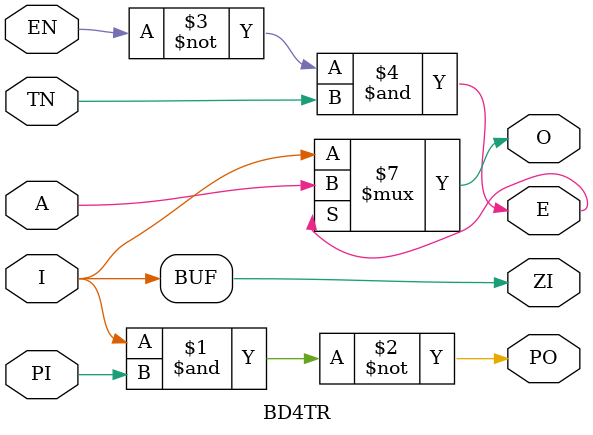
<source format=sv>
module BD4TR
(
    input   I,
    input   A,
    input   EN,
    input   TN,
    input   PI,
    output  O,
    output  E,
    output  ZI,
    output  PO
);

assign PO = ~(I & PI);
assign ZI = I;
assign E = ~(~((~EN) & TN));
assign O = E ? A : I;

endmodule

</source>
